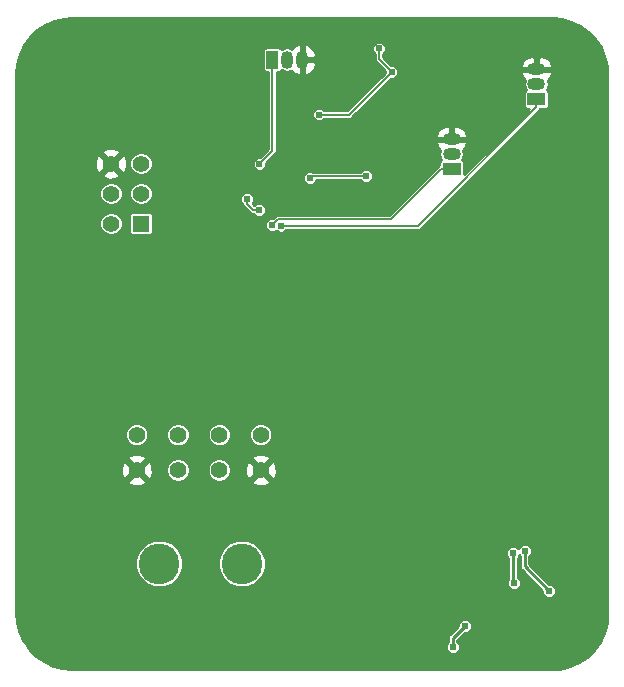
<source format=gbl>
G04 #@! TF.GenerationSoftware,KiCad,Pcbnew,5.0.1-33cea8e~68~ubuntu18.04.1*
G04 #@! TF.CreationDate,2019-04-03T20:24:34-04:00*
G04 #@! TF.ProjectId,IMU,494D552E6B696361645F706362000000,rev?*
G04 #@! TF.SameCoordinates,Original*
G04 #@! TF.FileFunction,Copper,L2,Bot,Signal*
G04 #@! TF.FilePolarity,Positive*
%FSLAX46Y46*%
G04 Gerber Fmt 4.6, Leading zero omitted, Abs format (unit mm)*
G04 Created by KiCad (PCBNEW 5.0.1-33cea8e~68~ubuntu18.04.1) date Wed 03 Apr 2019 08:24:34 PM EDT*
%MOMM*%
%LPD*%
G01*
G04 APERTURE LIST*
G04 #@! TA.AperFunction,ComponentPad*
%ADD10R,1.400000X1.400000*%
G04 #@! TD*
G04 #@! TA.AperFunction,ComponentPad*
%ADD11C,1.400000*%
G04 #@! TD*
G04 #@! TA.AperFunction,ComponentPad*
%ADD12C,1.420000*%
G04 #@! TD*
G04 #@! TA.AperFunction,ComponentPad*
%ADD13C,3.450000*%
G04 #@! TD*
G04 #@! TA.AperFunction,ComponentPad*
%ADD14R,1.500000X1.050000*%
G04 #@! TD*
G04 #@! TA.AperFunction,ComponentPad*
%ADD15O,1.500000X1.050000*%
G04 #@! TD*
G04 #@! TA.AperFunction,ComponentPad*
%ADD16O,1.050000X1.500000*%
G04 #@! TD*
G04 #@! TA.AperFunction,ComponentPad*
%ADD17R,1.050000X1.500000*%
G04 #@! TD*
G04 #@! TA.AperFunction,ViaPad*
%ADD18C,0.609600*%
G04 #@! TD*
G04 #@! TA.AperFunction,Conductor*
%ADD19C,0.152400*%
G04 #@! TD*
G04 #@! TA.AperFunction,Conductor*
%ADD20C,0.254000*%
G04 #@! TD*
G04 APERTURE END LIST*
D10*
G04 #@! TO.P,J4,1*
G04 #@! TO.N,/MISO*
X126507240Y-88900000D03*
D11*
G04 #@! TO.P,J4,2*
G04 #@! TO.N,VCC*
X123967240Y-88900000D03*
G04 #@! TO.P,J4,3*
G04 #@! TO.N,/SCK*
X126507240Y-86360000D03*
G04 #@! TO.P,J4,4*
G04 #@! TO.N,/MOSI*
X123967240Y-86360000D03*
G04 #@! TO.P,J4,5*
G04 #@! TO.N,/RESET*
X126507240Y-83820000D03*
G04 #@! TO.P,J4,6*
G04 #@! TO.N,GND*
X123967240Y-83820000D03*
G04 #@! TD*
D12*
G04 #@! TO.P,J1,6*
G04 #@! TO.N,/CANH*
X133130880Y-109769920D03*
G04 #@! TO.P,J1,5*
G04 #@! TO.N,/CANL*
X129630880Y-109769920D03*
G04 #@! TO.P,J1,4*
G04 #@! TO.N,GND*
X126130880Y-109769920D03*
G04 #@! TO.P,J1,3*
G04 #@! TO.N,/12V*
X133130880Y-106769920D03*
G04 #@! TO.P,J1,2*
G04 #@! TO.N,/CANH*
X129630880Y-106769920D03*
G04 #@! TO.P,J1,1*
G04 #@! TO.N,/CANL*
X126130880Y-106769920D03*
D13*
G04 #@! TO.P,J1,*
G04 #@! TO.N,*
X128040880Y-117679920D03*
X135040880Y-117679920D03*
D12*
G04 #@! TO.P,J1,7*
G04 #@! TO.N,/12V*
X136630880Y-106769920D03*
G04 #@! TO.P,J1,8*
G04 #@! TO.N,GND*
X136630880Y-109769920D03*
G04 #@! TD*
D14*
G04 #@! TO.P,Q1,1*
G04 #@! TO.N,/MOSI2*
X159984440Y-78384400D03*
D15*
G04 #@! TO.P,Q1,3*
G04 #@! TO.N,GND*
X159984440Y-75844400D03*
G04 #@! TO.P,Q1,2*
G04 #@! TO.N,Net-(Q1-Pad2)*
X159984440Y-77114400D03*
G04 #@! TD*
D16*
G04 #@! TO.P,Q2,2*
G04 #@! TO.N,Net-(Q2-Pad2)*
X138892280Y-75016360D03*
G04 #@! TO.P,Q2,3*
G04 #@! TO.N,GND*
X140162280Y-75016360D03*
D17*
G04 #@! TO.P,Q2,1*
G04 #@! TO.N,/SCK2*
X137622280Y-75016360D03*
G04 #@! TD*
D15*
G04 #@! TO.P,Q3,2*
G04 #@! TO.N,Net-(Q3-Pad2)*
X152796240Y-83012280D03*
G04 #@! TO.P,Q3,3*
G04 #@! TO.N,GND*
X152796240Y-81742280D03*
D14*
G04 #@! TO.P,Q3,1*
G04 #@! TO.N,/MISO2*
X152796240Y-84282280D03*
G04 #@! TD*
D18*
G04 #@! TO.N,GND*
X158480760Y-103164640D03*
X145526560Y-119909880D03*
X145526560Y-121687880D03*
X147812560Y-121687880D03*
X147812560Y-119909880D03*
X163738560Y-110926880D03*
X162722560Y-113720880D03*
X163738560Y-112704880D03*
X162722560Y-111942880D03*
X162468560Y-110926880D03*
X162722560Y-115752880D03*
X163738560Y-114736880D03*
X139539980Y-83934300D03*
X143009620Y-109982000D03*
X132283200Y-91683840D03*
X128031240Y-92191840D03*
X142956280Y-103586280D03*
X142564326Y-78083886D03*
X147177760Y-81163160D03*
X127756920Y-76438760D03*
X129286000Y-75107800D03*
X130728720Y-73781920D03*
X126314200Y-78232000D03*
X130378200Y-99877880D03*
X139776200Y-97165160D03*
X146110960Y-87792560D03*
X145862040Y-93268800D03*
X150291800Y-74157840D03*
G04 #@! TO.N,/SCK*
X136519920Y-87746840D03*
X135498840Y-86842600D03*
G04 #@! TO.N,Net-(C5-Pad2)*
X158061460Y-119355980D03*
X158010660Y-116765180D03*
G04 #@! TO.N,Net-(C11-Pad1)*
X158988560Y-116607880D03*
X161046160Y-119984520D03*
G04 #@! TO.N,Net-(R3-Pad2)*
X152892560Y-124735880D03*
X153908560Y-122957880D03*
G04 #@! TO.N,/3.3V*
X141554200Y-79669640D03*
X147716240Y-76052680D03*
X146644360Y-74071480D03*
G04 #@! TO.N,/MISO2*
X137576560Y-89047320D03*
G04 #@! TO.N,/MOSI2*
X138338200Y-89070795D03*
G04 #@! TO.N,/INT1*
X140782040Y-85039200D03*
X145542000Y-84871560D03*
G04 #@! TO.N,/SCK2*
X136530080Y-83830160D03*
G04 #@! TD*
D19*
G04 #@! TO.N,/SCK*
X136088868Y-87746840D02*
X136519920Y-87746840D01*
X135972028Y-87746840D02*
X136088868Y-87746840D01*
X135498840Y-87273652D02*
X135972028Y-87746840D01*
X135498840Y-86842600D02*
X135498840Y-87273652D01*
D20*
G04 #@! TO.N,Net-(C5-Pad2)*
X158010660Y-119305180D02*
X158061460Y-119355980D01*
X158010660Y-116765180D02*
X158010660Y-119305180D01*
G04 #@! TO.N,Net-(C11-Pad1)*
X161046160Y-119984520D02*
X158988560Y-117926920D01*
X158988560Y-117926920D02*
X158988560Y-116607880D01*
G04 #@! TO.N,Net-(R3-Pad2)*
X152892560Y-123973880D02*
X153908560Y-122957880D01*
X152892560Y-124735880D02*
X152892560Y-123973880D01*
D19*
G04 #@! TO.N,/3.3V*
X144099280Y-79669640D02*
X147716240Y-76052680D01*
X141554200Y-79669640D02*
X144099280Y-79669640D01*
X146644360Y-74980800D02*
X147716240Y-76052680D01*
X146644360Y-74071480D02*
X146644360Y-74980800D01*
G04 #@! TO.N,/MISO2*
X138086486Y-88537394D02*
X137881359Y-88742521D01*
X137881359Y-88742521D02*
X137576560Y-89047320D01*
X151893840Y-84282280D02*
X147638726Y-88537394D01*
X147638726Y-88537394D02*
X138086486Y-88537394D01*
X152796240Y-84282280D02*
X151893840Y-84282280D01*
G04 #@! TO.N,/MOSI2*
X138769252Y-89070795D02*
X138338200Y-89070795D01*
X149975445Y-89070795D02*
X138769252Y-89070795D01*
X159984440Y-79061800D02*
X149975445Y-89070795D01*
X159984440Y-78384400D02*
X159984440Y-79061800D01*
G04 #@! TO.N,/INT1*
X140949680Y-84871560D02*
X140782040Y-85039200D01*
X145542000Y-84871560D02*
X140949680Y-84871560D01*
G04 #@! TO.N,/SCK2*
X137622280Y-82737960D02*
X136530080Y-83830160D01*
X137622280Y-75016360D02*
X137622280Y-82737960D01*
G04 #@! TD*
D20*
G04 #@! TO.N,GND*
G36*
X162122138Y-71575174D02*
X162927971Y-71795625D01*
X163682032Y-72155295D01*
X164360486Y-72642812D01*
X164941877Y-73242762D01*
X165407847Y-73936197D01*
X165743651Y-74701180D01*
X165939382Y-75516460D01*
X165990601Y-76213924D01*
X165990600Y-121957362D01*
X165991077Y-121959760D01*
X165919906Y-122757218D01*
X165699456Y-123563050D01*
X165339785Y-124317112D01*
X164852268Y-124995566D01*
X164252315Y-125576960D01*
X163558881Y-126042928D01*
X162793900Y-126378731D01*
X161978620Y-126574462D01*
X161333560Y-126621833D01*
X161327363Y-126620600D01*
X120666897Y-126620600D01*
X119817862Y-126544826D01*
X119012030Y-126324376D01*
X118257968Y-125964705D01*
X117579514Y-125477188D01*
X116998120Y-124877235D01*
X116825047Y-124619675D01*
X152308360Y-124619675D01*
X152308360Y-124852085D01*
X152397299Y-125066803D01*
X152561637Y-125231141D01*
X152776355Y-125320080D01*
X153008765Y-125320080D01*
X153223483Y-125231141D01*
X153387821Y-125066803D01*
X153476760Y-124852085D01*
X153476760Y-124619675D01*
X153387821Y-124404957D01*
X153298960Y-124316096D01*
X153298960Y-124142215D01*
X153899096Y-123542080D01*
X154024765Y-123542080D01*
X154239483Y-123453141D01*
X154403821Y-123288803D01*
X154492760Y-123074085D01*
X154492760Y-122841675D01*
X154403821Y-122626957D01*
X154239483Y-122462619D01*
X154024765Y-122373680D01*
X153792355Y-122373680D01*
X153577637Y-122462619D01*
X153413299Y-122626957D01*
X153324360Y-122841675D01*
X153324360Y-122967344D01*
X152633493Y-123658212D01*
X152599564Y-123680883D01*
X152576893Y-123714812D01*
X152576892Y-123714813D01*
X152509741Y-123815311D01*
X152478200Y-123973880D01*
X152486161Y-124013903D01*
X152486161Y-124316095D01*
X152397299Y-124404957D01*
X152308360Y-124619675D01*
X116825047Y-124619675D01*
X116532152Y-124183801D01*
X116196349Y-123418820D01*
X116000618Y-122603540D01*
X115949400Y-121906089D01*
X115949400Y-117281220D01*
X126036480Y-117281220D01*
X126036480Y-118078620D01*
X126341631Y-118815322D01*
X126905478Y-119379169D01*
X127642180Y-119684320D01*
X128439580Y-119684320D01*
X129176282Y-119379169D01*
X129740129Y-118815322D01*
X130045280Y-118078620D01*
X130045280Y-117281220D01*
X133036480Y-117281220D01*
X133036480Y-118078620D01*
X133341631Y-118815322D01*
X133905478Y-119379169D01*
X134642180Y-119684320D01*
X135439580Y-119684320D01*
X136176282Y-119379169D01*
X136740129Y-118815322D01*
X137045280Y-118078620D01*
X137045280Y-117281220D01*
X136783397Y-116648975D01*
X157426460Y-116648975D01*
X157426460Y-116881385D01*
X157515399Y-117096103D01*
X157604260Y-117184964D01*
X157604261Y-118986995D01*
X157566199Y-119025057D01*
X157477260Y-119239775D01*
X157477260Y-119472185D01*
X157566199Y-119686903D01*
X157730537Y-119851241D01*
X157945255Y-119940180D01*
X158177665Y-119940180D01*
X158392383Y-119851241D01*
X158556721Y-119686903D01*
X158645660Y-119472185D01*
X158645660Y-119239775D01*
X158556721Y-119025057D01*
X158417060Y-118885396D01*
X158417060Y-117184964D01*
X158505921Y-117096103D01*
X158548296Y-116993800D01*
X158582161Y-117027665D01*
X158582160Y-117886902D01*
X158574200Y-117926920D01*
X158582160Y-117966938D01*
X158582160Y-117966942D01*
X158605740Y-118085488D01*
X158695563Y-118219917D01*
X158729495Y-118242590D01*
X160461960Y-119975056D01*
X160461960Y-120100725D01*
X160550899Y-120315443D01*
X160715237Y-120479781D01*
X160929955Y-120568720D01*
X161162365Y-120568720D01*
X161377083Y-120479781D01*
X161541421Y-120315443D01*
X161630360Y-120100725D01*
X161630360Y-119868315D01*
X161541421Y-119653597D01*
X161377083Y-119489259D01*
X161162365Y-119400320D01*
X161036696Y-119400320D01*
X159394960Y-117758585D01*
X159394960Y-117027664D01*
X159483821Y-116938803D01*
X159572760Y-116724085D01*
X159572760Y-116491675D01*
X159483821Y-116276957D01*
X159319483Y-116112619D01*
X159104765Y-116023680D01*
X158872355Y-116023680D01*
X158657637Y-116112619D01*
X158493299Y-116276957D01*
X158450924Y-116379260D01*
X158341583Y-116269919D01*
X158126865Y-116180980D01*
X157894455Y-116180980D01*
X157679737Y-116269919D01*
X157515399Y-116434257D01*
X157426460Y-116648975D01*
X136783397Y-116648975D01*
X136740129Y-116544518D01*
X136176282Y-115980671D01*
X135439580Y-115675520D01*
X134642180Y-115675520D01*
X133905478Y-115980671D01*
X133341631Y-116544518D01*
X133036480Y-117281220D01*
X130045280Y-117281220D01*
X129740129Y-116544518D01*
X129176282Y-115980671D01*
X128439580Y-115675520D01*
X127642180Y-115675520D01*
X126905478Y-115980671D01*
X126341631Y-116544518D01*
X126036480Y-117281220D01*
X115949400Y-117281220D01*
X115949400Y-110712445D01*
X125367961Y-110712445D01*
X125431030Y-110949247D01*
X125935612Y-111127297D01*
X126469921Y-111098699D01*
X126830730Y-110949247D01*
X126893799Y-110712445D01*
X126130880Y-109949525D01*
X125367961Y-110712445D01*
X115949400Y-110712445D01*
X115949400Y-109574652D01*
X124773503Y-109574652D01*
X124802101Y-110108961D01*
X124951553Y-110469770D01*
X125188355Y-110532839D01*
X125951275Y-109769920D01*
X126310485Y-109769920D01*
X127073405Y-110532839D01*
X127310207Y-110469770D01*
X127488257Y-109965188D01*
X127467272Y-109573116D01*
X128641480Y-109573116D01*
X128641480Y-109966724D01*
X128792108Y-110330370D01*
X129070430Y-110608692D01*
X129434076Y-110759320D01*
X129827684Y-110759320D01*
X130191330Y-110608692D01*
X130469652Y-110330370D01*
X130620280Y-109966724D01*
X130620280Y-109573116D01*
X132141480Y-109573116D01*
X132141480Y-109966724D01*
X132292108Y-110330370D01*
X132570430Y-110608692D01*
X132934076Y-110759320D01*
X133327684Y-110759320D01*
X133440849Y-110712445D01*
X135867961Y-110712445D01*
X135931030Y-110949247D01*
X136435612Y-111127297D01*
X136969921Y-111098699D01*
X137330730Y-110949247D01*
X137393799Y-110712445D01*
X136630880Y-109949525D01*
X135867961Y-110712445D01*
X133440849Y-110712445D01*
X133691330Y-110608692D01*
X133969652Y-110330370D01*
X134120280Y-109966724D01*
X134120280Y-109574652D01*
X135273503Y-109574652D01*
X135302101Y-110108961D01*
X135451553Y-110469770D01*
X135688355Y-110532839D01*
X136451275Y-109769920D01*
X136810485Y-109769920D01*
X137573405Y-110532839D01*
X137810207Y-110469770D01*
X137988257Y-109965188D01*
X137959659Y-109430879D01*
X137810207Y-109070070D01*
X137573405Y-109007001D01*
X136810485Y-109769920D01*
X136451275Y-109769920D01*
X135688355Y-109007001D01*
X135451553Y-109070070D01*
X135273503Y-109574652D01*
X134120280Y-109574652D01*
X134120280Y-109573116D01*
X133969652Y-109209470D01*
X133691330Y-108931148D01*
X133440850Y-108827395D01*
X135867961Y-108827395D01*
X136630880Y-109590315D01*
X137393799Y-108827395D01*
X137330730Y-108590593D01*
X136826148Y-108412543D01*
X136291839Y-108441141D01*
X135931030Y-108590593D01*
X135867961Y-108827395D01*
X133440850Y-108827395D01*
X133327684Y-108780520D01*
X132934076Y-108780520D01*
X132570430Y-108931148D01*
X132292108Y-109209470D01*
X132141480Y-109573116D01*
X130620280Y-109573116D01*
X130469652Y-109209470D01*
X130191330Y-108931148D01*
X129827684Y-108780520D01*
X129434076Y-108780520D01*
X129070430Y-108931148D01*
X128792108Y-109209470D01*
X128641480Y-109573116D01*
X127467272Y-109573116D01*
X127459659Y-109430879D01*
X127310207Y-109070070D01*
X127073405Y-109007001D01*
X126310485Y-109769920D01*
X125951275Y-109769920D01*
X125188355Y-109007001D01*
X124951553Y-109070070D01*
X124773503Y-109574652D01*
X115949400Y-109574652D01*
X115949400Y-108827395D01*
X125367961Y-108827395D01*
X126130880Y-109590315D01*
X126893799Y-108827395D01*
X126830730Y-108590593D01*
X126326148Y-108412543D01*
X125791839Y-108441141D01*
X125431030Y-108590593D01*
X125367961Y-108827395D01*
X115949400Y-108827395D01*
X115949400Y-106573116D01*
X125141480Y-106573116D01*
X125141480Y-106966724D01*
X125292108Y-107330370D01*
X125570430Y-107608692D01*
X125934076Y-107759320D01*
X126327684Y-107759320D01*
X126691330Y-107608692D01*
X126969652Y-107330370D01*
X127120280Y-106966724D01*
X127120280Y-106573116D01*
X128641480Y-106573116D01*
X128641480Y-106966724D01*
X128792108Y-107330370D01*
X129070430Y-107608692D01*
X129434076Y-107759320D01*
X129827684Y-107759320D01*
X130191330Y-107608692D01*
X130469652Y-107330370D01*
X130620280Y-106966724D01*
X130620280Y-106573116D01*
X132141480Y-106573116D01*
X132141480Y-106966724D01*
X132292108Y-107330370D01*
X132570430Y-107608692D01*
X132934076Y-107759320D01*
X133327684Y-107759320D01*
X133691330Y-107608692D01*
X133969652Y-107330370D01*
X134120280Y-106966724D01*
X134120280Y-106573116D01*
X135641480Y-106573116D01*
X135641480Y-106966724D01*
X135792108Y-107330370D01*
X136070430Y-107608692D01*
X136434076Y-107759320D01*
X136827684Y-107759320D01*
X137191330Y-107608692D01*
X137469652Y-107330370D01*
X137620280Y-106966724D01*
X137620280Y-106573116D01*
X137469652Y-106209470D01*
X137191330Y-105931148D01*
X136827684Y-105780520D01*
X136434076Y-105780520D01*
X136070430Y-105931148D01*
X135792108Y-106209470D01*
X135641480Y-106573116D01*
X134120280Y-106573116D01*
X133969652Y-106209470D01*
X133691330Y-105931148D01*
X133327684Y-105780520D01*
X132934076Y-105780520D01*
X132570430Y-105931148D01*
X132292108Y-106209470D01*
X132141480Y-106573116D01*
X130620280Y-106573116D01*
X130469652Y-106209470D01*
X130191330Y-105931148D01*
X129827684Y-105780520D01*
X129434076Y-105780520D01*
X129070430Y-105931148D01*
X128792108Y-106209470D01*
X128641480Y-106573116D01*
X127120280Y-106573116D01*
X126969652Y-106209470D01*
X126691330Y-105931148D01*
X126327684Y-105780520D01*
X125934076Y-105780520D01*
X125570430Y-105931148D01*
X125292108Y-106209470D01*
X125141480Y-106573116D01*
X115949400Y-106573116D01*
X115949400Y-88705185D01*
X122987840Y-88705185D01*
X122987840Y-89094815D01*
X123136944Y-89454786D01*
X123412454Y-89730296D01*
X123772425Y-89879400D01*
X124162055Y-89879400D01*
X124522026Y-89730296D01*
X124797536Y-89454786D01*
X124946640Y-89094815D01*
X124946640Y-88705185D01*
X124797536Y-88345214D01*
X124652322Y-88200000D01*
X125522367Y-88200000D01*
X125522367Y-89600000D01*
X125544052Y-89709016D01*
X125605804Y-89801436D01*
X125698224Y-89863188D01*
X125807240Y-89884873D01*
X127207240Y-89884873D01*
X127316256Y-89863188D01*
X127408676Y-89801436D01*
X127470428Y-89709016D01*
X127492113Y-89600000D01*
X127492113Y-88931115D01*
X136992360Y-88931115D01*
X136992360Y-89163525D01*
X137081299Y-89378243D01*
X137245637Y-89542581D01*
X137460355Y-89631520D01*
X137692765Y-89631520D01*
X137907483Y-89542581D01*
X137945643Y-89504422D01*
X138007277Y-89566056D01*
X138221995Y-89654995D01*
X138454405Y-89654995D01*
X138669123Y-89566056D01*
X138808784Y-89426395D01*
X149940425Y-89426395D01*
X149975445Y-89433361D01*
X150010465Y-89426395D01*
X150114193Y-89405762D01*
X150231818Y-89327168D01*
X150251656Y-89297478D01*
X160211123Y-79338011D01*
X160240813Y-79318173D01*
X160319407Y-79200548D01*
X160320655Y-79194273D01*
X160734440Y-79194273D01*
X160843456Y-79172588D01*
X160935876Y-79110836D01*
X160997628Y-79018416D01*
X161019313Y-78909400D01*
X161019313Y-77859400D01*
X160997628Y-77750384D01*
X160935876Y-77657964D01*
X160851400Y-77601520D01*
X160967168Y-77428261D01*
X161029599Y-77114400D01*
X160967168Y-76800539D01*
X160926526Y-76739714D01*
X161094619Y-76608655D01*
X161319706Y-76211736D01*
X161328404Y-76150210D01*
X161202603Y-75971400D01*
X160111440Y-75971400D01*
X160111440Y-75991400D01*
X159857440Y-75991400D01*
X159857440Y-75971400D01*
X158766277Y-75971400D01*
X158640476Y-76150210D01*
X158649174Y-76211736D01*
X158874261Y-76608655D01*
X159042354Y-76739714D01*
X159001712Y-76800539D01*
X158939281Y-77114400D01*
X159001712Y-77428261D01*
X159117480Y-77601520D01*
X159033004Y-77657964D01*
X158971252Y-77750384D01*
X158949567Y-77859400D01*
X158949567Y-78909400D01*
X158971252Y-79018416D01*
X159033004Y-79110836D01*
X159125424Y-79172588D01*
X159234440Y-79194273D01*
X159349073Y-79194273D01*
X153831113Y-84712233D01*
X153831113Y-83757280D01*
X153809428Y-83648264D01*
X153747676Y-83555844D01*
X153663200Y-83499400D01*
X153778968Y-83326141D01*
X153841399Y-83012280D01*
X153778968Y-82698419D01*
X153738326Y-82637594D01*
X153906419Y-82506535D01*
X154131506Y-82109616D01*
X154140204Y-82048090D01*
X154014403Y-81869280D01*
X152923240Y-81869280D01*
X152923240Y-81889280D01*
X152669240Y-81889280D01*
X152669240Y-81869280D01*
X151578077Y-81869280D01*
X151452276Y-82048090D01*
X151460974Y-82109616D01*
X151686061Y-82506535D01*
X151854154Y-82637594D01*
X151813512Y-82698419D01*
X151751081Y-83012280D01*
X151813512Y-83326141D01*
X151929280Y-83499400D01*
X151844804Y-83555844D01*
X151783052Y-83648264D01*
X151761367Y-83757280D01*
X151761367Y-83946065D01*
X151755092Y-83947313D01*
X151637467Y-84025907D01*
X151617631Y-84055594D01*
X147491432Y-88181794D01*
X138121500Y-88181794D01*
X138086485Y-88174829D01*
X138051470Y-88181794D01*
X138051466Y-88181794D01*
X137947738Y-88202427D01*
X137830113Y-88281021D01*
X137810273Y-88310714D01*
X137657866Y-88463120D01*
X137460355Y-88463120D01*
X137245637Y-88552059D01*
X137081299Y-88716397D01*
X136992360Y-88931115D01*
X127492113Y-88931115D01*
X127492113Y-88200000D01*
X127470428Y-88090984D01*
X127408676Y-87998564D01*
X127316256Y-87936812D01*
X127207240Y-87915127D01*
X125807240Y-87915127D01*
X125698224Y-87936812D01*
X125605804Y-87998564D01*
X125544052Y-88090984D01*
X125522367Y-88200000D01*
X124652322Y-88200000D01*
X124522026Y-88069704D01*
X124162055Y-87920600D01*
X123772425Y-87920600D01*
X123412454Y-88069704D01*
X123136944Y-88345214D01*
X122987840Y-88705185D01*
X115949400Y-88705185D01*
X115949400Y-86165185D01*
X122987840Y-86165185D01*
X122987840Y-86554815D01*
X123136944Y-86914786D01*
X123412454Y-87190296D01*
X123772425Y-87339400D01*
X124162055Y-87339400D01*
X124522026Y-87190296D01*
X124797536Y-86914786D01*
X124946640Y-86554815D01*
X124946640Y-86165185D01*
X125527840Y-86165185D01*
X125527840Y-86554815D01*
X125676944Y-86914786D01*
X125952454Y-87190296D01*
X126312425Y-87339400D01*
X126702055Y-87339400D01*
X127062026Y-87190296D01*
X127337536Y-86914786D01*
X127415569Y-86726395D01*
X134914640Y-86726395D01*
X134914640Y-86958805D01*
X135003579Y-87173523D01*
X135144360Y-87314304D01*
X135163873Y-87412399D01*
X135222630Y-87500336D01*
X135222632Y-87500338D01*
X135242468Y-87530025D01*
X135272155Y-87549861D01*
X135695819Y-87973525D01*
X135715655Y-88003213D01*
X135745342Y-88023049D01*
X135745343Y-88023050D01*
X135833280Y-88081807D01*
X135972028Y-88109406D01*
X136007048Y-88102440D01*
X136049336Y-88102440D01*
X136188997Y-88242101D01*
X136403715Y-88331040D01*
X136636125Y-88331040D01*
X136850843Y-88242101D01*
X137015181Y-88077763D01*
X137104120Y-87863045D01*
X137104120Y-87630635D01*
X137015181Y-87415917D01*
X136850843Y-87251579D01*
X136636125Y-87162640D01*
X136403715Y-87162640D01*
X136188997Y-87251579D01*
X136084329Y-87356247D01*
X135947853Y-87219771D01*
X135994101Y-87173523D01*
X136083040Y-86958805D01*
X136083040Y-86726395D01*
X135994101Y-86511677D01*
X135829763Y-86347339D01*
X135615045Y-86258400D01*
X135382635Y-86258400D01*
X135167917Y-86347339D01*
X135003579Y-86511677D01*
X134914640Y-86726395D01*
X127415569Y-86726395D01*
X127486640Y-86554815D01*
X127486640Y-86165185D01*
X127337536Y-85805214D01*
X127062026Y-85529704D01*
X126702055Y-85380600D01*
X126312425Y-85380600D01*
X125952454Y-85529704D01*
X125676944Y-85805214D01*
X125527840Y-86165185D01*
X124946640Y-86165185D01*
X124797536Y-85805214D01*
X124522026Y-85529704D01*
X124162055Y-85380600D01*
X123772425Y-85380600D01*
X123412454Y-85529704D01*
X123136944Y-85805214D01*
X122987840Y-86165185D01*
X115949400Y-86165185D01*
X115949400Y-84755275D01*
X123211571Y-84755275D01*
X123273409Y-84991042D01*
X123774362Y-85167419D01*
X124304680Y-85138664D01*
X124661071Y-84991042D01*
X124678918Y-84922995D01*
X140197840Y-84922995D01*
X140197840Y-85155405D01*
X140286779Y-85370123D01*
X140451117Y-85534461D01*
X140665835Y-85623400D01*
X140898245Y-85623400D01*
X141112963Y-85534461D01*
X141277301Y-85370123D01*
X141336518Y-85227160D01*
X145071416Y-85227160D01*
X145211077Y-85366821D01*
X145425795Y-85455760D01*
X145658205Y-85455760D01*
X145872923Y-85366821D01*
X146037261Y-85202483D01*
X146126200Y-84987765D01*
X146126200Y-84755355D01*
X146037261Y-84540637D01*
X145872923Y-84376299D01*
X145658205Y-84287360D01*
X145425795Y-84287360D01*
X145211077Y-84376299D01*
X145071416Y-84515960D01*
X141045416Y-84515960D01*
X140898245Y-84455000D01*
X140665835Y-84455000D01*
X140451117Y-84543939D01*
X140286779Y-84708277D01*
X140197840Y-84922995D01*
X124678918Y-84922995D01*
X124722909Y-84755275D01*
X123967240Y-83999605D01*
X123211571Y-84755275D01*
X115949400Y-84755275D01*
X115949400Y-83627122D01*
X122619821Y-83627122D01*
X122648576Y-84157440D01*
X122796198Y-84513831D01*
X123031965Y-84575669D01*
X123787635Y-83820000D01*
X124146845Y-83820000D01*
X124902515Y-84575669D01*
X125138282Y-84513831D01*
X125314659Y-84012878D01*
X125293638Y-83625185D01*
X125527840Y-83625185D01*
X125527840Y-84014815D01*
X125676944Y-84374786D01*
X125952454Y-84650296D01*
X126312425Y-84799400D01*
X126702055Y-84799400D01*
X127062026Y-84650296D01*
X127337536Y-84374786D01*
X127486640Y-84014815D01*
X127486640Y-83713955D01*
X135945880Y-83713955D01*
X135945880Y-83946365D01*
X136034819Y-84161083D01*
X136199157Y-84325421D01*
X136413875Y-84414360D01*
X136646285Y-84414360D01*
X136861003Y-84325421D01*
X137025341Y-84161083D01*
X137114280Y-83946365D01*
X137114280Y-83748854D01*
X137848966Y-83014169D01*
X137878653Y-82994333D01*
X137957247Y-82876708D01*
X137977880Y-82772980D01*
X137984846Y-82737961D01*
X137977880Y-82702941D01*
X137977880Y-81436470D01*
X151452276Y-81436470D01*
X151578077Y-81615280D01*
X152669240Y-81615280D01*
X152669240Y-80735687D01*
X152923240Y-80735687D01*
X152923240Y-81615280D01*
X154014403Y-81615280D01*
X154140204Y-81436470D01*
X154131506Y-81374944D01*
X153906419Y-80978025D01*
X153546571Y-80697457D01*
X153106746Y-80575954D01*
X152923240Y-80735687D01*
X152669240Y-80735687D01*
X152485734Y-80575954D01*
X152045909Y-80697457D01*
X151686061Y-80978025D01*
X151460974Y-81374944D01*
X151452276Y-81436470D01*
X137977880Y-81436470D01*
X137977880Y-79553435D01*
X140970000Y-79553435D01*
X140970000Y-79785845D01*
X141058939Y-80000563D01*
X141223277Y-80164901D01*
X141437995Y-80253840D01*
X141670405Y-80253840D01*
X141885123Y-80164901D01*
X142024784Y-80025240D01*
X144064260Y-80025240D01*
X144099280Y-80032206D01*
X144134300Y-80025240D01*
X144238028Y-80004607D01*
X144355653Y-79926013D01*
X144375491Y-79896323D01*
X147634935Y-76636880D01*
X147832445Y-76636880D01*
X148047163Y-76547941D01*
X148211501Y-76383603D01*
X148300440Y-76168885D01*
X148300440Y-75936475D01*
X148211501Y-75721757D01*
X148047163Y-75557419D01*
X148001706Y-75538590D01*
X158640476Y-75538590D01*
X158766277Y-75717400D01*
X159857440Y-75717400D01*
X159857440Y-74837807D01*
X160111440Y-74837807D01*
X160111440Y-75717400D01*
X161202603Y-75717400D01*
X161328404Y-75538590D01*
X161319706Y-75477064D01*
X161094619Y-75080145D01*
X160734771Y-74799577D01*
X160294946Y-74678074D01*
X160111440Y-74837807D01*
X159857440Y-74837807D01*
X159673934Y-74678074D01*
X159234109Y-74799577D01*
X158874261Y-75080145D01*
X158649174Y-75477064D01*
X158640476Y-75538590D01*
X148001706Y-75538590D01*
X147832445Y-75468480D01*
X147634934Y-75468480D01*
X146999960Y-74833506D01*
X146999960Y-74542064D01*
X147139621Y-74402403D01*
X147228560Y-74187685D01*
X147228560Y-73955275D01*
X147139621Y-73740557D01*
X146975283Y-73576219D01*
X146760565Y-73487280D01*
X146528155Y-73487280D01*
X146313437Y-73576219D01*
X146149099Y-73740557D01*
X146060160Y-73955275D01*
X146060160Y-74187685D01*
X146149099Y-74402403D01*
X146288761Y-74542065D01*
X146288761Y-74945776D01*
X146281794Y-74980800D01*
X146309393Y-75119547D01*
X146368150Y-75207484D01*
X146368152Y-75207486D01*
X146387988Y-75237173D01*
X146417675Y-75257009D01*
X147132040Y-75971374D01*
X147132040Y-76133985D01*
X143951986Y-79314040D01*
X142024784Y-79314040D01*
X141885123Y-79174379D01*
X141670405Y-79085440D01*
X141437995Y-79085440D01*
X141223277Y-79174379D01*
X141058939Y-79338717D01*
X140970000Y-79553435D01*
X137977880Y-79553435D01*
X137977880Y-76051233D01*
X138147280Y-76051233D01*
X138256296Y-76029548D01*
X138348716Y-75967796D01*
X138405160Y-75883320D01*
X138578420Y-75999088D01*
X138892280Y-76061519D01*
X139206141Y-75999088D01*
X139266966Y-75958446D01*
X139398025Y-76126539D01*
X139794944Y-76351626D01*
X139856470Y-76360324D01*
X140035280Y-76234523D01*
X140035280Y-75143360D01*
X140289280Y-75143360D01*
X140289280Y-76234523D01*
X140468090Y-76360324D01*
X140529616Y-76351626D01*
X140926535Y-76126539D01*
X141207103Y-75766691D01*
X141328606Y-75326866D01*
X141168873Y-75143360D01*
X140289280Y-75143360D01*
X140035280Y-75143360D01*
X140015280Y-75143360D01*
X140015280Y-74889360D01*
X140035280Y-74889360D01*
X140035280Y-73798197D01*
X140289280Y-73798197D01*
X140289280Y-74889360D01*
X141168873Y-74889360D01*
X141328606Y-74705854D01*
X141207103Y-74266029D01*
X140926535Y-73906181D01*
X140529616Y-73681094D01*
X140468090Y-73672396D01*
X140289280Y-73798197D01*
X140035280Y-73798197D01*
X139856470Y-73672396D01*
X139794944Y-73681094D01*
X139398025Y-73906181D01*
X139266965Y-74074274D01*
X139206140Y-74033632D01*
X138892280Y-73971201D01*
X138578419Y-74033632D01*
X138405160Y-74149400D01*
X138348716Y-74064924D01*
X138256296Y-74003172D01*
X138147280Y-73981487D01*
X137097280Y-73981487D01*
X136988264Y-74003172D01*
X136895844Y-74064924D01*
X136834092Y-74157344D01*
X136812407Y-74266360D01*
X136812407Y-75766360D01*
X136834092Y-75875376D01*
X136895844Y-75967796D01*
X136988264Y-76029548D01*
X137097280Y-76051233D01*
X137266680Y-76051233D01*
X137266681Y-82590664D01*
X136611386Y-83245960D01*
X136413875Y-83245960D01*
X136199157Y-83334899D01*
X136034819Y-83499237D01*
X135945880Y-83713955D01*
X127486640Y-83713955D01*
X127486640Y-83625185D01*
X127337536Y-83265214D01*
X127062026Y-82989704D01*
X126702055Y-82840600D01*
X126312425Y-82840600D01*
X125952454Y-82989704D01*
X125676944Y-83265214D01*
X125527840Y-83625185D01*
X125293638Y-83625185D01*
X125285904Y-83482560D01*
X125138282Y-83126169D01*
X124902515Y-83064331D01*
X124146845Y-83820000D01*
X123787635Y-83820000D01*
X123031965Y-83064331D01*
X122796198Y-83126169D01*
X122619821Y-83627122D01*
X115949400Y-83627122D01*
X115949400Y-82884725D01*
X123211571Y-82884725D01*
X123967240Y-83640395D01*
X124722909Y-82884725D01*
X124661071Y-82648958D01*
X124160118Y-82472581D01*
X123629800Y-82501336D01*
X123273409Y-82648958D01*
X123211571Y-82884725D01*
X115949400Y-82884725D01*
X115949400Y-76216896D01*
X116025174Y-75367862D01*
X116245625Y-74562029D01*
X116605295Y-73807968D01*
X117092812Y-73129514D01*
X117692762Y-72548123D01*
X118386197Y-72082153D01*
X119151180Y-71746349D01*
X119966460Y-71550618D01*
X120663910Y-71499400D01*
X161273104Y-71499400D01*
X162122138Y-71575174D01*
X162122138Y-71575174D01*
G37*
X162122138Y-71575174D02*
X162927971Y-71795625D01*
X163682032Y-72155295D01*
X164360486Y-72642812D01*
X164941877Y-73242762D01*
X165407847Y-73936197D01*
X165743651Y-74701180D01*
X165939382Y-75516460D01*
X165990601Y-76213924D01*
X165990600Y-121957362D01*
X165991077Y-121959760D01*
X165919906Y-122757218D01*
X165699456Y-123563050D01*
X165339785Y-124317112D01*
X164852268Y-124995566D01*
X164252315Y-125576960D01*
X163558881Y-126042928D01*
X162793900Y-126378731D01*
X161978620Y-126574462D01*
X161333560Y-126621833D01*
X161327363Y-126620600D01*
X120666897Y-126620600D01*
X119817862Y-126544826D01*
X119012030Y-126324376D01*
X118257968Y-125964705D01*
X117579514Y-125477188D01*
X116998120Y-124877235D01*
X116825047Y-124619675D01*
X152308360Y-124619675D01*
X152308360Y-124852085D01*
X152397299Y-125066803D01*
X152561637Y-125231141D01*
X152776355Y-125320080D01*
X153008765Y-125320080D01*
X153223483Y-125231141D01*
X153387821Y-125066803D01*
X153476760Y-124852085D01*
X153476760Y-124619675D01*
X153387821Y-124404957D01*
X153298960Y-124316096D01*
X153298960Y-124142215D01*
X153899096Y-123542080D01*
X154024765Y-123542080D01*
X154239483Y-123453141D01*
X154403821Y-123288803D01*
X154492760Y-123074085D01*
X154492760Y-122841675D01*
X154403821Y-122626957D01*
X154239483Y-122462619D01*
X154024765Y-122373680D01*
X153792355Y-122373680D01*
X153577637Y-122462619D01*
X153413299Y-122626957D01*
X153324360Y-122841675D01*
X153324360Y-122967344D01*
X152633493Y-123658212D01*
X152599564Y-123680883D01*
X152576893Y-123714812D01*
X152576892Y-123714813D01*
X152509741Y-123815311D01*
X152478200Y-123973880D01*
X152486161Y-124013903D01*
X152486161Y-124316095D01*
X152397299Y-124404957D01*
X152308360Y-124619675D01*
X116825047Y-124619675D01*
X116532152Y-124183801D01*
X116196349Y-123418820D01*
X116000618Y-122603540D01*
X115949400Y-121906089D01*
X115949400Y-117281220D01*
X126036480Y-117281220D01*
X126036480Y-118078620D01*
X126341631Y-118815322D01*
X126905478Y-119379169D01*
X127642180Y-119684320D01*
X128439580Y-119684320D01*
X129176282Y-119379169D01*
X129740129Y-118815322D01*
X130045280Y-118078620D01*
X130045280Y-117281220D01*
X133036480Y-117281220D01*
X133036480Y-118078620D01*
X133341631Y-118815322D01*
X133905478Y-119379169D01*
X134642180Y-119684320D01*
X135439580Y-119684320D01*
X136176282Y-119379169D01*
X136740129Y-118815322D01*
X137045280Y-118078620D01*
X137045280Y-117281220D01*
X136783397Y-116648975D01*
X157426460Y-116648975D01*
X157426460Y-116881385D01*
X157515399Y-117096103D01*
X157604260Y-117184964D01*
X157604261Y-118986995D01*
X157566199Y-119025057D01*
X157477260Y-119239775D01*
X157477260Y-119472185D01*
X157566199Y-119686903D01*
X157730537Y-119851241D01*
X157945255Y-119940180D01*
X158177665Y-119940180D01*
X158392383Y-119851241D01*
X158556721Y-119686903D01*
X158645660Y-119472185D01*
X158645660Y-119239775D01*
X158556721Y-119025057D01*
X158417060Y-118885396D01*
X158417060Y-117184964D01*
X158505921Y-117096103D01*
X158548296Y-116993800D01*
X158582161Y-117027665D01*
X158582160Y-117886902D01*
X158574200Y-117926920D01*
X158582160Y-117966938D01*
X158582160Y-117966942D01*
X158605740Y-118085488D01*
X158695563Y-118219917D01*
X158729495Y-118242590D01*
X160461960Y-119975056D01*
X160461960Y-120100725D01*
X160550899Y-120315443D01*
X160715237Y-120479781D01*
X160929955Y-120568720D01*
X161162365Y-120568720D01*
X161377083Y-120479781D01*
X161541421Y-120315443D01*
X161630360Y-120100725D01*
X161630360Y-119868315D01*
X161541421Y-119653597D01*
X161377083Y-119489259D01*
X161162365Y-119400320D01*
X161036696Y-119400320D01*
X159394960Y-117758585D01*
X159394960Y-117027664D01*
X159483821Y-116938803D01*
X159572760Y-116724085D01*
X159572760Y-116491675D01*
X159483821Y-116276957D01*
X159319483Y-116112619D01*
X159104765Y-116023680D01*
X158872355Y-116023680D01*
X158657637Y-116112619D01*
X158493299Y-116276957D01*
X158450924Y-116379260D01*
X158341583Y-116269919D01*
X158126865Y-116180980D01*
X157894455Y-116180980D01*
X157679737Y-116269919D01*
X157515399Y-116434257D01*
X157426460Y-116648975D01*
X136783397Y-116648975D01*
X136740129Y-116544518D01*
X136176282Y-115980671D01*
X135439580Y-115675520D01*
X134642180Y-115675520D01*
X133905478Y-115980671D01*
X133341631Y-116544518D01*
X133036480Y-117281220D01*
X130045280Y-117281220D01*
X129740129Y-116544518D01*
X129176282Y-115980671D01*
X128439580Y-115675520D01*
X127642180Y-115675520D01*
X126905478Y-115980671D01*
X126341631Y-116544518D01*
X126036480Y-117281220D01*
X115949400Y-117281220D01*
X115949400Y-110712445D01*
X125367961Y-110712445D01*
X125431030Y-110949247D01*
X125935612Y-111127297D01*
X126469921Y-111098699D01*
X126830730Y-110949247D01*
X126893799Y-110712445D01*
X126130880Y-109949525D01*
X125367961Y-110712445D01*
X115949400Y-110712445D01*
X115949400Y-109574652D01*
X124773503Y-109574652D01*
X124802101Y-110108961D01*
X124951553Y-110469770D01*
X125188355Y-110532839D01*
X125951275Y-109769920D01*
X126310485Y-109769920D01*
X127073405Y-110532839D01*
X127310207Y-110469770D01*
X127488257Y-109965188D01*
X127467272Y-109573116D01*
X128641480Y-109573116D01*
X128641480Y-109966724D01*
X128792108Y-110330370D01*
X129070430Y-110608692D01*
X129434076Y-110759320D01*
X129827684Y-110759320D01*
X130191330Y-110608692D01*
X130469652Y-110330370D01*
X130620280Y-109966724D01*
X130620280Y-109573116D01*
X132141480Y-109573116D01*
X132141480Y-109966724D01*
X132292108Y-110330370D01*
X132570430Y-110608692D01*
X132934076Y-110759320D01*
X133327684Y-110759320D01*
X133440849Y-110712445D01*
X135867961Y-110712445D01*
X135931030Y-110949247D01*
X136435612Y-111127297D01*
X136969921Y-111098699D01*
X137330730Y-110949247D01*
X137393799Y-110712445D01*
X136630880Y-109949525D01*
X135867961Y-110712445D01*
X133440849Y-110712445D01*
X133691330Y-110608692D01*
X133969652Y-110330370D01*
X134120280Y-109966724D01*
X134120280Y-109574652D01*
X135273503Y-109574652D01*
X135302101Y-110108961D01*
X135451553Y-110469770D01*
X135688355Y-110532839D01*
X136451275Y-109769920D01*
X136810485Y-109769920D01*
X137573405Y-110532839D01*
X137810207Y-110469770D01*
X137988257Y-109965188D01*
X137959659Y-109430879D01*
X137810207Y-109070070D01*
X137573405Y-109007001D01*
X136810485Y-109769920D01*
X136451275Y-109769920D01*
X135688355Y-109007001D01*
X135451553Y-109070070D01*
X135273503Y-109574652D01*
X134120280Y-109574652D01*
X134120280Y-109573116D01*
X133969652Y-109209470D01*
X133691330Y-108931148D01*
X133440850Y-108827395D01*
X135867961Y-108827395D01*
X136630880Y-109590315D01*
X137393799Y-108827395D01*
X137330730Y-108590593D01*
X136826148Y-108412543D01*
X136291839Y-108441141D01*
X135931030Y-108590593D01*
X135867961Y-108827395D01*
X133440850Y-108827395D01*
X133327684Y-108780520D01*
X132934076Y-108780520D01*
X132570430Y-108931148D01*
X132292108Y-109209470D01*
X132141480Y-109573116D01*
X130620280Y-109573116D01*
X130469652Y-109209470D01*
X130191330Y-108931148D01*
X129827684Y-108780520D01*
X129434076Y-108780520D01*
X129070430Y-108931148D01*
X128792108Y-109209470D01*
X128641480Y-109573116D01*
X127467272Y-109573116D01*
X127459659Y-109430879D01*
X127310207Y-109070070D01*
X127073405Y-109007001D01*
X126310485Y-109769920D01*
X125951275Y-109769920D01*
X125188355Y-109007001D01*
X124951553Y-109070070D01*
X124773503Y-109574652D01*
X115949400Y-109574652D01*
X115949400Y-108827395D01*
X125367961Y-108827395D01*
X126130880Y-109590315D01*
X126893799Y-108827395D01*
X126830730Y-108590593D01*
X126326148Y-108412543D01*
X125791839Y-108441141D01*
X125431030Y-108590593D01*
X125367961Y-108827395D01*
X115949400Y-108827395D01*
X115949400Y-106573116D01*
X125141480Y-106573116D01*
X125141480Y-106966724D01*
X125292108Y-107330370D01*
X125570430Y-107608692D01*
X125934076Y-107759320D01*
X126327684Y-107759320D01*
X126691330Y-107608692D01*
X126969652Y-107330370D01*
X127120280Y-106966724D01*
X127120280Y-106573116D01*
X128641480Y-106573116D01*
X128641480Y-106966724D01*
X128792108Y-107330370D01*
X129070430Y-107608692D01*
X129434076Y-107759320D01*
X129827684Y-107759320D01*
X130191330Y-107608692D01*
X130469652Y-107330370D01*
X130620280Y-106966724D01*
X130620280Y-106573116D01*
X132141480Y-106573116D01*
X132141480Y-106966724D01*
X132292108Y-107330370D01*
X132570430Y-107608692D01*
X132934076Y-107759320D01*
X133327684Y-107759320D01*
X133691330Y-107608692D01*
X133969652Y-107330370D01*
X134120280Y-106966724D01*
X134120280Y-106573116D01*
X135641480Y-106573116D01*
X135641480Y-106966724D01*
X135792108Y-107330370D01*
X136070430Y-107608692D01*
X136434076Y-107759320D01*
X136827684Y-107759320D01*
X137191330Y-107608692D01*
X137469652Y-107330370D01*
X137620280Y-106966724D01*
X137620280Y-106573116D01*
X137469652Y-106209470D01*
X137191330Y-105931148D01*
X136827684Y-105780520D01*
X136434076Y-105780520D01*
X136070430Y-105931148D01*
X135792108Y-106209470D01*
X135641480Y-106573116D01*
X134120280Y-106573116D01*
X133969652Y-106209470D01*
X133691330Y-105931148D01*
X133327684Y-105780520D01*
X132934076Y-105780520D01*
X132570430Y-105931148D01*
X132292108Y-106209470D01*
X132141480Y-106573116D01*
X130620280Y-106573116D01*
X130469652Y-106209470D01*
X130191330Y-105931148D01*
X129827684Y-105780520D01*
X129434076Y-105780520D01*
X129070430Y-105931148D01*
X128792108Y-106209470D01*
X128641480Y-106573116D01*
X127120280Y-106573116D01*
X126969652Y-106209470D01*
X126691330Y-105931148D01*
X126327684Y-105780520D01*
X125934076Y-105780520D01*
X125570430Y-105931148D01*
X125292108Y-106209470D01*
X125141480Y-106573116D01*
X115949400Y-106573116D01*
X115949400Y-88705185D01*
X122987840Y-88705185D01*
X122987840Y-89094815D01*
X123136944Y-89454786D01*
X123412454Y-89730296D01*
X123772425Y-89879400D01*
X124162055Y-89879400D01*
X124522026Y-89730296D01*
X124797536Y-89454786D01*
X124946640Y-89094815D01*
X124946640Y-88705185D01*
X124797536Y-88345214D01*
X124652322Y-88200000D01*
X125522367Y-88200000D01*
X125522367Y-89600000D01*
X125544052Y-89709016D01*
X125605804Y-89801436D01*
X125698224Y-89863188D01*
X125807240Y-89884873D01*
X127207240Y-89884873D01*
X127316256Y-89863188D01*
X127408676Y-89801436D01*
X127470428Y-89709016D01*
X127492113Y-89600000D01*
X127492113Y-88931115D01*
X136992360Y-88931115D01*
X136992360Y-89163525D01*
X137081299Y-89378243D01*
X137245637Y-89542581D01*
X137460355Y-89631520D01*
X137692765Y-89631520D01*
X137907483Y-89542581D01*
X137945643Y-89504422D01*
X138007277Y-89566056D01*
X138221995Y-89654995D01*
X138454405Y-89654995D01*
X138669123Y-89566056D01*
X138808784Y-89426395D01*
X149940425Y-89426395D01*
X149975445Y-89433361D01*
X150010465Y-89426395D01*
X150114193Y-89405762D01*
X150231818Y-89327168D01*
X150251656Y-89297478D01*
X160211123Y-79338011D01*
X160240813Y-79318173D01*
X160319407Y-79200548D01*
X160320655Y-79194273D01*
X160734440Y-79194273D01*
X160843456Y-79172588D01*
X160935876Y-79110836D01*
X160997628Y-79018416D01*
X161019313Y-78909400D01*
X161019313Y-77859400D01*
X160997628Y-77750384D01*
X160935876Y-77657964D01*
X160851400Y-77601520D01*
X160967168Y-77428261D01*
X161029599Y-77114400D01*
X160967168Y-76800539D01*
X160926526Y-76739714D01*
X161094619Y-76608655D01*
X161319706Y-76211736D01*
X161328404Y-76150210D01*
X161202603Y-75971400D01*
X160111440Y-75971400D01*
X160111440Y-75991400D01*
X159857440Y-75991400D01*
X159857440Y-75971400D01*
X158766277Y-75971400D01*
X158640476Y-76150210D01*
X158649174Y-76211736D01*
X158874261Y-76608655D01*
X159042354Y-76739714D01*
X159001712Y-76800539D01*
X158939281Y-77114400D01*
X159001712Y-77428261D01*
X159117480Y-77601520D01*
X159033004Y-77657964D01*
X158971252Y-77750384D01*
X158949567Y-77859400D01*
X158949567Y-78909400D01*
X158971252Y-79018416D01*
X159033004Y-79110836D01*
X159125424Y-79172588D01*
X159234440Y-79194273D01*
X159349073Y-79194273D01*
X153831113Y-84712233D01*
X153831113Y-83757280D01*
X153809428Y-83648264D01*
X153747676Y-83555844D01*
X153663200Y-83499400D01*
X153778968Y-83326141D01*
X153841399Y-83012280D01*
X153778968Y-82698419D01*
X153738326Y-82637594D01*
X153906419Y-82506535D01*
X154131506Y-82109616D01*
X154140204Y-82048090D01*
X154014403Y-81869280D01*
X152923240Y-81869280D01*
X152923240Y-81889280D01*
X152669240Y-81889280D01*
X152669240Y-81869280D01*
X151578077Y-81869280D01*
X151452276Y-82048090D01*
X151460974Y-82109616D01*
X151686061Y-82506535D01*
X151854154Y-82637594D01*
X151813512Y-82698419D01*
X151751081Y-83012280D01*
X151813512Y-83326141D01*
X151929280Y-83499400D01*
X151844804Y-83555844D01*
X151783052Y-83648264D01*
X151761367Y-83757280D01*
X151761367Y-83946065D01*
X151755092Y-83947313D01*
X151637467Y-84025907D01*
X151617631Y-84055594D01*
X147491432Y-88181794D01*
X138121500Y-88181794D01*
X138086485Y-88174829D01*
X138051470Y-88181794D01*
X138051466Y-88181794D01*
X137947738Y-88202427D01*
X137830113Y-88281021D01*
X137810273Y-88310714D01*
X137657866Y-88463120D01*
X137460355Y-88463120D01*
X137245637Y-88552059D01*
X137081299Y-88716397D01*
X136992360Y-88931115D01*
X127492113Y-88931115D01*
X127492113Y-88200000D01*
X127470428Y-88090984D01*
X127408676Y-87998564D01*
X127316256Y-87936812D01*
X127207240Y-87915127D01*
X125807240Y-87915127D01*
X125698224Y-87936812D01*
X125605804Y-87998564D01*
X125544052Y-88090984D01*
X125522367Y-88200000D01*
X124652322Y-88200000D01*
X124522026Y-88069704D01*
X124162055Y-87920600D01*
X123772425Y-87920600D01*
X123412454Y-88069704D01*
X123136944Y-88345214D01*
X122987840Y-88705185D01*
X115949400Y-88705185D01*
X115949400Y-86165185D01*
X122987840Y-86165185D01*
X122987840Y-86554815D01*
X123136944Y-86914786D01*
X123412454Y-87190296D01*
X123772425Y-87339400D01*
X124162055Y-87339400D01*
X124522026Y-87190296D01*
X124797536Y-86914786D01*
X124946640Y-86554815D01*
X124946640Y-86165185D01*
X125527840Y-86165185D01*
X125527840Y-86554815D01*
X125676944Y-86914786D01*
X125952454Y-87190296D01*
X126312425Y-87339400D01*
X126702055Y-87339400D01*
X127062026Y-87190296D01*
X127337536Y-86914786D01*
X127415569Y-86726395D01*
X134914640Y-86726395D01*
X134914640Y-86958805D01*
X135003579Y-87173523D01*
X135144360Y-87314304D01*
X135163873Y-87412399D01*
X135222630Y-87500336D01*
X135222632Y-87500338D01*
X135242468Y-87530025D01*
X135272155Y-87549861D01*
X135695819Y-87973525D01*
X135715655Y-88003213D01*
X135745342Y-88023049D01*
X135745343Y-88023050D01*
X135833280Y-88081807D01*
X135972028Y-88109406D01*
X136007048Y-88102440D01*
X136049336Y-88102440D01*
X136188997Y-88242101D01*
X136403715Y-88331040D01*
X136636125Y-88331040D01*
X136850843Y-88242101D01*
X137015181Y-88077763D01*
X137104120Y-87863045D01*
X137104120Y-87630635D01*
X137015181Y-87415917D01*
X136850843Y-87251579D01*
X136636125Y-87162640D01*
X136403715Y-87162640D01*
X136188997Y-87251579D01*
X136084329Y-87356247D01*
X135947853Y-87219771D01*
X135994101Y-87173523D01*
X136083040Y-86958805D01*
X136083040Y-86726395D01*
X135994101Y-86511677D01*
X135829763Y-86347339D01*
X135615045Y-86258400D01*
X135382635Y-86258400D01*
X135167917Y-86347339D01*
X135003579Y-86511677D01*
X134914640Y-86726395D01*
X127415569Y-86726395D01*
X127486640Y-86554815D01*
X127486640Y-86165185D01*
X127337536Y-85805214D01*
X127062026Y-85529704D01*
X126702055Y-85380600D01*
X126312425Y-85380600D01*
X125952454Y-85529704D01*
X125676944Y-85805214D01*
X125527840Y-86165185D01*
X124946640Y-86165185D01*
X124797536Y-85805214D01*
X124522026Y-85529704D01*
X124162055Y-85380600D01*
X123772425Y-85380600D01*
X123412454Y-85529704D01*
X123136944Y-85805214D01*
X122987840Y-86165185D01*
X115949400Y-86165185D01*
X115949400Y-84755275D01*
X123211571Y-84755275D01*
X123273409Y-84991042D01*
X123774362Y-85167419D01*
X124304680Y-85138664D01*
X124661071Y-84991042D01*
X124678918Y-84922995D01*
X140197840Y-84922995D01*
X140197840Y-85155405D01*
X140286779Y-85370123D01*
X140451117Y-85534461D01*
X140665835Y-85623400D01*
X140898245Y-85623400D01*
X141112963Y-85534461D01*
X141277301Y-85370123D01*
X141336518Y-85227160D01*
X145071416Y-85227160D01*
X145211077Y-85366821D01*
X145425795Y-85455760D01*
X145658205Y-85455760D01*
X145872923Y-85366821D01*
X146037261Y-85202483D01*
X146126200Y-84987765D01*
X146126200Y-84755355D01*
X146037261Y-84540637D01*
X145872923Y-84376299D01*
X145658205Y-84287360D01*
X145425795Y-84287360D01*
X145211077Y-84376299D01*
X145071416Y-84515960D01*
X141045416Y-84515960D01*
X140898245Y-84455000D01*
X140665835Y-84455000D01*
X140451117Y-84543939D01*
X140286779Y-84708277D01*
X140197840Y-84922995D01*
X124678918Y-84922995D01*
X124722909Y-84755275D01*
X123967240Y-83999605D01*
X123211571Y-84755275D01*
X115949400Y-84755275D01*
X115949400Y-83627122D01*
X122619821Y-83627122D01*
X122648576Y-84157440D01*
X122796198Y-84513831D01*
X123031965Y-84575669D01*
X123787635Y-83820000D01*
X124146845Y-83820000D01*
X124902515Y-84575669D01*
X125138282Y-84513831D01*
X125314659Y-84012878D01*
X125293638Y-83625185D01*
X125527840Y-83625185D01*
X125527840Y-84014815D01*
X125676944Y-84374786D01*
X125952454Y-84650296D01*
X126312425Y-84799400D01*
X126702055Y-84799400D01*
X127062026Y-84650296D01*
X127337536Y-84374786D01*
X127486640Y-84014815D01*
X127486640Y-83713955D01*
X135945880Y-83713955D01*
X135945880Y-83946365D01*
X136034819Y-84161083D01*
X136199157Y-84325421D01*
X136413875Y-84414360D01*
X136646285Y-84414360D01*
X136861003Y-84325421D01*
X137025341Y-84161083D01*
X137114280Y-83946365D01*
X137114280Y-83748854D01*
X137848966Y-83014169D01*
X137878653Y-82994333D01*
X137957247Y-82876708D01*
X137977880Y-82772980D01*
X137984846Y-82737961D01*
X137977880Y-82702941D01*
X137977880Y-81436470D01*
X151452276Y-81436470D01*
X151578077Y-81615280D01*
X152669240Y-81615280D01*
X152669240Y-80735687D01*
X152923240Y-80735687D01*
X152923240Y-81615280D01*
X154014403Y-81615280D01*
X154140204Y-81436470D01*
X154131506Y-81374944D01*
X153906419Y-80978025D01*
X153546571Y-80697457D01*
X153106746Y-80575954D01*
X152923240Y-80735687D01*
X152669240Y-80735687D01*
X152485734Y-80575954D01*
X152045909Y-80697457D01*
X151686061Y-80978025D01*
X151460974Y-81374944D01*
X151452276Y-81436470D01*
X137977880Y-81436470D01*
X137977880Y-79553435D01*
X140970000Y-79553435D01*
X140970000Y-79785845D01*
X141058939Y-80000563D01*
X141223277Y-80164901D01*
X141437995Y-80253840D01*
X141670405Y-80253840D01*
X141885123Y-80164901D01*
X142024784Y-80025240D01*
X144064260Y-80025240D01*
X144099280Y-80032206D01*
X144134300Y-80025240D01*
X144238028Y-80004607D01*
X144355653Y-79926013D01*
X144375491Y-79896323D01*
X147634935Y-76636880D01*
X147832445Y-76636880D01*
X148047163Y-76547941D01*
X148211501Y-76383603D01*
X148300440Y-76168885D01*
X148300440Y-75936475D01*
X148211501Y-75721757D01*
X148047163Y-75557419D01*
X148001706Y-75538590D01*
X158640476Y-75538590D01*
X158766277Y-75717400D01*
X159857440Y-75717400D01*
X159857440Y-74837807D01*
X160111440Y-74837807D01*
X160111440Y-75717400D01*
X161202603Y-75717400D01*
X161328404Y-75538590D01*
X161319706Y-75477064D01*
X161094619Y-75080145D01*
X160734771Y-74799577D01*
X160294946Y-74678074D01*
X160111440Y-74837807D01*
X159857440Y-74837807D01*
X159673934Y-74678074D01*
X159234109Y-74799577D01*
X158874261Y-75080145D01*
X158649174Y-75477064D01*
X158640476Y-75538590D01*
X148001706Y-75538590D01*
X147832445Y-75468480D01*
X147634934Y-75468480D01*
X146999960Y-74833506D01*
X146999960Y-74542064D01*
X147139621Y-74402403D01*
X147228560Y-74187685D01*
X147228560Y-73955275D01*
X147139621Y-73740557D01*
X146975283Y-73576219D01*
X146760565Y-73487280D01*
X146528155Y-73487280D01*
X146313437Y-73576219D01*
X146149099Y-73740557D01*
X146060160Y-73955275D01*
X146060160Y-74187685D01*
X146149099Y-74402403D01*
X146288761Y-74542065D01*
X146288761Y-74945776D01*
X146281794Y-74980800D01*
X146309393Y-75119547D01*
X146368150Y-75207484D01*
X146368152Y-75207486D01*
X146387988Y-75237173D01*
X146417675Y-75257009D01*
X147132040Y-75971374D01*
X147132040Y-76133985D01*
X143951986Y-79314040D01*
X142024784Y-79314040D01*
X141885123Y-79174379D01*
X141670405Y-79085440D01*
X141437995Y-79085440D01*
X141223277Y-79174379D01*
X141058939Y-79338717D01*
X140970000Y-79553435D01*
X137977880Y-79553435D01*
X137977880Y-76051233D01*
X138147280Y-76051233D01*
X138256296Y-76029548D01*
X138348716Y-75967796D01*
X138405160Y-75883320D01*
X138578420Y-75999088D01*
X138892280Y-76061519D01*
X139206141Y-75999088D01*
X139266966Y-75958446D01*
X139398025Y-76126539D01*
X139794944Y-76351626D01*
X139856470Y-76360324D01*
X140035280Y-76234523D01*
X140035280Y-75143360D01*
X140289280Y-75143360D01*
X140289280Y-76234523D01*
X140468090Y-76360324D01*
X140529616Y-76351626D01*
X140926535Y-76126539D01*
X141207103Y-75766691D01*
X141328606Y-75326866D01*
X141168873Y-75143360D01*
X140289280Y-75143360D01*
X140035280Y-75143360D01*
X140015280Y-75143360D01*
X140015280Y-74889360D01*
X140035280Y-74889360D01*
X140035280Y-73798197D01*
X140289280Y-73798197D01*
X140289280Y-74889360D01*
X141168873Y-74889360D01*
X141328606Y-74705854D01*
X141207103Y-74266029D01*
X140926535Y-73906181D01*
X140529616Y-73681094D01*
X140468090Y-73672396D01*
X140289280Y-73798197D01*
X140035280Y-73798197D01*
X139856470Y-73672396D01*
X139794944Y-73681094D01*
X139398025Y-73906181D01*
X139266965Y-74074274D01*
X139206140Y-74033632D01*
X138892280Y-73971201D01*
X138578419Y-74033632D01*
X138405160Y-74149400D01*
X138348716Y-74064924D01*
X138256296Y-74003172D01*
X138147280Y-73981487D01*
X137097280Y-73981487D01*
X136988264Y-74003172D01*
X136895844Y-74064924D01*
X136834092Y-74157344D01*
X136812407Y-74266360D01*
X136812407Y-75766360D01*
X136834092Y-75875376D01*
X136895844Y-75967796D01*
X136988264Y-76029548D01*
X137097280Y-76051233D01*
X137266680Y-76051233D01*
X137266681Y-82590664D01*
X136611386Y-83245960D01*
X136413875Y-83245960D01*
X136199157Y-83334899D01*
X136034819Y-83499237D01*
X135945880Y-83713955D01*
X127486640Y-83713955D01*
X127486640Y-83625185D01*
X127337536Y-83265214D01*
X127062026Y-82989704D01*
X126702055Y-82840600D01*
X126312425Y-82840600D01*
X125952454Y-82989704D01*
X125676944Y-83265214D01*
X125527840Y-83625185D01*
X125293638Y-83625185D01*
X125285904Y-83482560D01*
X125138282Y-83126169D01*
X124902515Y-83064331D01*
X124146845Y-83820000D01*
X123787635Y-83820000D01*
X123031965Y-83064331D01*
X122796198Y-83126169D01*
X122619821Y-83627122D01*
X115949400Y-83627122D01*
X115949400Y-82884725D01*
X123211571Y-82884725D01*
X123967240Y-83640395D01*
X124722909Y-82884725D01*
X124661071Y-82648958D01*
X124160118Y-82472581D01*
X123629800Y-82501336D01*
X123273409Y-82648958D01*
X123211571Y-82884725D01*
X115949400Y-82884725D01*
X115949400Y-76216896D01*
X116025174Y-75367862D01*
X116245625Y-74562029D01*
X116605295Y-73807968D01*
X117092812Y-73129514D01*
X117692762Y-72548123D01*
X118386197Y-72082153D01*
X119151180Y-71746349D01*
X119966460Y-71550618D01*
X120663910Y-71499400D01*
X161273104Y-71499400D01*
X162122138Y-71575174D01*
G04 #@! TD*
M02*

</source>
